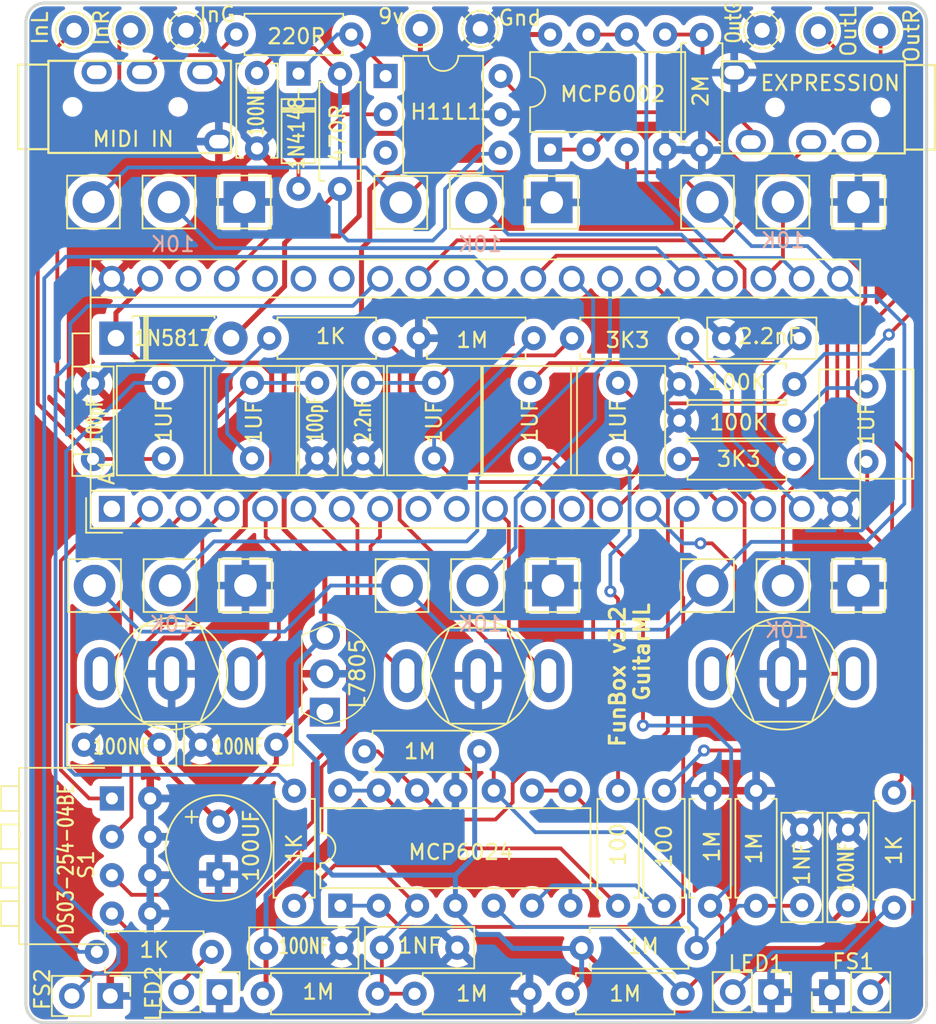
<source format=kicad_pcb>
(kicad_pcb (version 20221018) (generator pcbnew)

  (general
    (thickness 1.6)
  )

  (paper "A4")
  (layers
    (0 "F.Cu" signal)
    (31 "B.Cu" signal)
    (32 "B.Adhes" user "B.Adhesive")
    (33 "F.Adhes" user "F.Adhesive")
    (34 "B.Paste" user)
    (35 "F.Paste" user)
    (36 "B.SilkS" user "B.Silkscreen")
    (37 "F.SilkS" user "F.Silkscreen")
    (38 "B.Mask" user)
    (39 "F.Mask" user)
    (40 "Dwgs.User" user "User.Drawings")
    (41 "Cmts.User" user "User.Comments")
    (42 "Eco1.User" user "User.Eco1")
    (43 "Eco2.User" user "User.Eco2")
    (44 "Edge.Cuts" user)
    (45 "Margin" user)
    (46 "B.CrtYd" user "B.Courtyard")
    (47 "F.CrtYd" user "F.Courtyard")
    (48 "B.Fab" user)
    (49 "F.Fab" user)
    (50 "User.1" user)
    (51 "User.2" user)
    (52 "User.3" user)
    (53 "User.4" user)
    (54 "User.5" user)
    (55 "User.6" user)
    (56 "User.7" user)
    (57 "User.8" user)
    (58 "User.9" user)
  )

  (setup
    (pad_to_mask_clearance 0)
    (pcbplotparams
      (layerselection 0x00010fc_ffffffff)
      (plot_on_all_layers_selection 0x0000000_00000000)
      (disableapertmacros false)
      (usegerberextensions true)
      (usegerberattributes false)
      (usegerberadvancedattributes false)
      (creategerberjobfile false)
      (dashed_line_dash_ratio 12.000000)
      (dashed_line_gap_ratio 3.000000)
      (svgprecision 4)
      (plotframeref false)
      (viasonmask false)
      (mode 1)
      (useauxorigin false)
      (hpglpennumber 1)
      (hpglpenspeed 20)
      (hpglpendiameter 15.000000)
      (dxfpolygonmode true)
      (dxfimperialunits true)
      (dxfusepcbnewfont true)
      (psnegative false)
      (psa4output false)
      (plotreference true)
      (plotvalue true)
      (plotinvisibletext false)
      (sketchpadsonfab false)
      (subtractmaskfromsilk true)
      (outputformat 1)
      (mirror false)
      (drillshape 0)
      (scaleselection 1)
      (outputdirectory "GerberSeed_PCBway_Funbox_v3p2/")
    )
  )

  (net 0 "")
  (net 1 "unconnected-(A1-USB_ID-Pad1)")
  (net 2 "DIP1")
  (net 3 "SW3_LEFT")
  (net 4 "DIP2")
  (net 5 "FOOT_SWITCH_2")
  (net 6 "FOOT_SWITCH_1")
  (net 7 "SW3_RIGHT")
  (net 8 "DIP3")
  (net 9 "SW2_LEFT")
  (net 10 "unconnected-(A1-I2C1_SCL-Pad12)")
  (net 11 "unconnected-(A1-SPI1_SCK-Pad9)")
  (net 12 "unconnected-(A1-I2C1_SDA-Pad13)")
  (net 13 "unconnected-(A1-SPI1_POCI-Pad10)")
  (net 14 "AUDIO_IN_BUFFER_LEFT")
  (net 15 "AUDIO_OUT_BUFFER_LEFT")
  (net 16 "GND")
  (net 17 "POT_1")
  (net 18 "POT_2")
  (net 19 "POT_3")
  (net 20 "POT_4")
  (net 21 "AUDIO_IN_BUFFER_RIGHT")
  (net 22 "AUDIO_OUT_BUFFER_RIGHT")
  (net 23 "LED_1")
  (net 24 "LED_2")
  (net 25 "unconnected-(A1-SAI2_MCLK-Pad31)")
  (net 26 "POT_5")
  (net 27 "unconnected-(A1-SAI2_FS-Pad34)")
  (net 28 "unconnected-(A1-SAI2_SCK-Pad35)")
  (net 29 "POT_6")
  (net 30 "MIDI_IN")
  (net 31 "Net-(In1-Pin_1)")
  (net 32 "Net-(C1-Pad2)")
  (net 33 "Net-(U1A-+)")
  (net 34 "Net-(U1B-+)")
  (net 35 "Net-(Out1-Pin_1)")
  (net 36 "Net-(U1B--)")
  (net 37 "Net-(9v1-Pin_1)")
  (net 38 "Net-(LED1-A)")
  (net 39 "Net-(LED2-A)")
  (net 40 "Net-(C5-Pad2)")
  (net 41 "SW2_RIGHT")
  (net 42 "3V3_D")
  (net 43 "VCC")
  (net 44 "5V")
  (net 45 "3V3_A")
  (net 46 "SW1_RIGHT")
  (net 47 "Net-(C12-Pad1)")
  (net 48 "DIP4")
  (net 49 "SW1_LEFT")
  (net 50 "Net-(In2-Pin_1)")
  (net 51 "Net-(C13-Pad1)")
  (net 52 "Net-(C14-Pad2)")
  (net 53 "Net-(U1D-+)")
  (net 54 "Net-(U1C-+)")
  (net 55 "Net-(Out2-Pin_1)")
  (net 56 "Net-(C17-Pad2)")
  (net 57 "Net-(U1D--)")
  (net 58 "Net-(D2-K)")
  (net 59 "MIDI_IN_JACK_PIN5")
  (net 60 "MIDI_IN_JACK_PIN4")
  (net 61 "unconnected-(U5-Pad3)")
  (net 62 "unconnected-(J6-PadR2)")
  (net 63 "unconnected-(J7-PadR2)")
  (net 64 "EXPRESSION_IN")
  (net 65 "unconnected-(A1-USB_D_--Pad36)")
  (net 66 "EXPRESSION_REF")
  (net 67 "EXPRESSION_IN_JACK")

  (footprint "Resistor_THT:R_Axial_DIN0207_L6.3mm_D2.5mm_P7.62mm_Horizontal" (layer "F.Cu") (at 132.055 66.375))

  (footprint "Potentiometer_THT:Pot_RightAngle_LongPin_16mm" (layer "F.Cu") (at 168.2788 101.57 180))

  (footprint "TestPoint:TestPoint_THTPad_D2.0mm_Drill1.0mm" (layer "F.Cu") (at 174.75 66.15))

  (footprint "Capacitor_THT:C_Rect_L7.0mm_W6.0mm_P5.00mm" (layer "F.Cu") (at 145.161 89.448 -90))

  (footprint "Potentiometer_THT:Pot_RightAngle_LongPin_16mm" (layer "F.Cu") (at 148.035 101.57 180))

  (footprint "Capacitor_THT:C_Rect_L7.0mm_W6.0mm_P5.00mm" (layer "F.Cu") (at 151.511 89.448 -90))

  (footprint "Capacitor_THT:C_Rect_L7.0mm_W2.5mm_P5.00mm" (layer "F.Cu") (at 140.462 89.448 -90))

  (footprint "Potentiometer_THT:Pot_RightAngle_LongPin_16mm" (layer "F.Cu") (at 147.955 76.2 180))

  (footprint "Potentiometer_THT:Pot_RightAngle_LongPin_16mm" (layer "F.Cu") (at 168.2788 76.17 180))

  (footprint "Resistor_THT:R_Axial_DIN0207_L6.3mm_D2.5mm_P7.62mm_Horizontal" (layer "F.Cu") (at 138.925 68.99 -90))

  (footprint "Diode_THT:D_DO-35_SOD27_P7.62mm_Horizontal" (layer "F.Cu") (at 136.175 68.965 -90))

  (footprint "Audio_Module:TRRS-PJ-320A" (layer "F.Cu") (at 176.35 71.2 -90))

  (footprint "Resistor_THT:R_Axial_DIN0207_L6.3mm_D2.5mm_P7.62mm_Horizontal" (layer "F.Cu") (at 134.239 86.487))

  (footprint "Package_TO_SOT_THT:TO-220-3_Vertical" (layer "F.Cu") (at 137.922 111.252 90))

  (footprint "Button_Switch_THT:SW_Toggle_SPDT_lugs" (layer "F.Cu") (at 168.275 108.712 180))

  (footprint "Capacitor_THT:C_Rect_L7.0mm_W6.0mm_P5.00mm" (layer "F.Cu") (at 173.8122 89.6766 -90))

  (footprint "TestPoint:TestPoint_THTPad_D2.0mm_Drill1.0mm" (layer "F.Cu") (at 128.725 66.1))

  (footprint "Resistor_THT:R_Axial_DIN0207_L6.3mm_D2.5mm_P7.62mm_Horizontal" (layer "F.Cu") (at 163.449 124.079 90))

  (footprint "Capacitor_THT:C_Rect_L7.0mm_W2.5mm_P5.00mm" (layer "F.Cu") (at 121.96 113.411))

  (footprint "Capacitor_THT:C_Rect_L7.0mm_W2.5mm_P5.00mm" (layer "F.Cu") (at 139.025 126.875 180))

  (footprint "Capacitor_THT:C_Rect_L7.0mm_W6.0mm_P5.00mm" (layer "F.Cu") (at 133.096 89.448 -90))

  (footprint "Capacitor_THT:CP_Radial_D8.0mm_P3.50mm" (layer "F.Cu") (at 130.875 122 90))

  (footprint "TestPoint:TestPoint_THTPad_D2.0mm_Drill1.0mm" (layer "F.Cu") (at 121.3 66.1))

  (footprint "Resistor_THT:R_Axial_DIN0207_L6.3mm_D2.5mm_P7.62mm_Horizontal" (layer "F.Cu") (at 154.015 129.9))

  (footprint "Capacitor_THT:C_Rect_L7.0mm_W2.5mm_P5.00mm" (layer "F.Cu") (at 137.414 89.448 -90))

  (footprint "TestPoint:TestPoint_THTPad_D2.0mm_Drill1.0mm" (layer "F.Cu") (at 125.05 66.1))

  (footprint "Resistor_THT:R_Axial_DIN0207_L6.3mm_D2.5mm_P7.62mm_Horizontal" (layer "F.Cu") (at 166.497 124.079 90))

  (footprint "TestPoint:TestPoint_THTPad_D2.0mm_Drill1.0mm" (layer "F.Cu") (at 166.9 66.1))

  (footprint "Button_Switch_THT:SW_Toggle_SPDT_lugs" (layer "F.Cu") (at 148.082 108.839 180))

  (footprint "Connector_PinHeader_2.54mm:PinHeader_1x02_P2.54mm_Vertical" (layer "F.Cu") (at 130.942 129.794 -90))

  (footprint "Resistor_THT:R_Axial_DIN0207_L6.3mm_D2.5mm_P7.62mm_Horizontal" (layer "F.Cu") (at 143.865 129.9))

  (footprint "Capacitor_THT:C_Disc_D6.0mm_W2.5mm_P5.00mm" (layer "F.Cu") (at 133.425 68.925 -90))

  (footprint "Resistor_THT:R_Axial_DIN0207_L6.3mm_D2.5mm_P7.62mm_Horizontal" (layer "F.Cu") (at 160.401 124.079 90))

  (footprint "Connector_PinHeader_2.54mm:PinHeader_1x02_P2.54mm_Vertical" (layer "F.Cu") (at 167.4926 129.794 -90))

  (footprint "Capacitor_THT:C_Rect_L7.0mm_W2.5mm_P5.00mm" (layer "F.Cu") (at 169.545 119.039 -90))

  (footprint "Resistor_THT:R_Axial_DIN0207_L6.3mm_D2.5mm_P7.62mm_Horizontal" (layer "F.Cu") (at 161.417 94.488))

  (footprint "Package_DIP:DIP-14_W7.62mm" (layer "F.Cu") (at 138.953 124.069 90))

  (footprint "TestPoint:TestPoint_THTPad_D2.0mm_Drill1.0mm" (layer "F.Cu") (at 170.625 66.175))

  (footprint "TestPoint:TestPoint_THTPad_D2.0mm_Drill1.0mm" (layer "F.Cu") (at 144.25 66))

  (footprint "Module:Electrosmith_Daisy_Seed" (layer "F.Cu") (at 123.7996 97.79 90))

  (footprint "Resistor_THT:R_Axial_DIN0207_L6.3mm_D2.5mm_P7.62mm_Horizontal" (layer "F.Cu") (at 154.94 126.873))

  (footprint "Capacitor_THT:C_Rect_L7.0mm_W6.0mm_P5.00mm" (layer "F.Cu") (at 157.353 89.448 -90))

  (footprint "Diode_THT:D_DO-41_SOD81_P7.62mm_Horizontal" (layer "F.Cu") (at 124.079 86.487))

  (footprint "Package_DIP:DIP-8_W7.62mm" (layer "F.Cu") (at 152.85 74 90))

  (footprint "Potentiometer_THT:Pot_RightAngle_LongPin_16mm" (layer "F.Cu") (at 127.588 76.17 180))

  (footprint "Button_Switch_THT:DS03-254-04BE-dip4" (layer "F.Cu") (at 123.81 116.97))

  (footprint "Resistor_THT:R_Axial_DIN0207_L6.3mm_D2.5mm_P7.62mm_Horizontal" (layer "F.Cu") (at 175.641 124.206 90))

  (footprint "Capacitor_THT:C_Rect_L7.0mm_W2.5mm_P5.00mm" (layer "F.Cu") (at 169.378 86.487 180))

  (footprint "Capacitor_THT:C_Rect_L7.0mm_W2.5mm_P5.00mm" (layer "F.Cu")
    (tstamp 9f8b618c-d2c1-4838-860d-5c5a37923dff)
    (at 129.707 113.411)
    (descr "C, Rect series, Radial, pin pitch=5.00mm, , length*width=7*2.5mm^2, Capacitor")
    (tags "C Rect series Radial pin pitch 5.00mm  length 7mm width 2.5mm Capacitor")
    (property "Sheetfile" "funbox_v2.kicad_sch")
    (property "Sheetname" "")
    (property "ki_description" "Unpolarized capacitor")
    (property "ki_keywords" "cap capacitor")
    (attr through_hole)
    (fp_text reference "C7" (at 2.5 0) (layer "F.Fab")
        (effects (font (size 1 1) (thickness 0.15)))
      (tstamp 47ba176c-0db2-4ef6-b651-39a1761f5807)
    )
    (fp_text value "100NF" (at 2.5 0.127) (layer "F.SilkS")
        (effects (font (size 1 0.6952) (thickness 0.15)))
      (tstamp 83df42bf-41be-4cd8-a244-293a06737425)
    )
    (fp_text user "${REFERENCE}" (at 2.5 0) (layer "F.Fab")
        (effects (font (size 1 1) (thickness 0.15)))
      (tstamp d7846c5e-6a30-4841-a0f8-f6cbae06cf86)
    )
    (fp_line (start -1.12 -1.37) (end -1.12 1.37)
      (stroke (width 0.12) (type solid)) (layer "F.SilkS") (tstamp 57e63ccd-825c-47b5-9874-33115cf687b4))
    (fp_line (start -1.12 -1.37) (end 6.12 -1.37)
      (stroke (width 0.12) (type solid)) (layer "F.SilkS") (tstamp 89a2ca14-7dcd-4284-92a7-bde1031b3af5))
    (fp_line (start -1.12 1.37) (end 6.12 1.37)
      (stroke (width 
... [949462 chars truncated]
</source>
